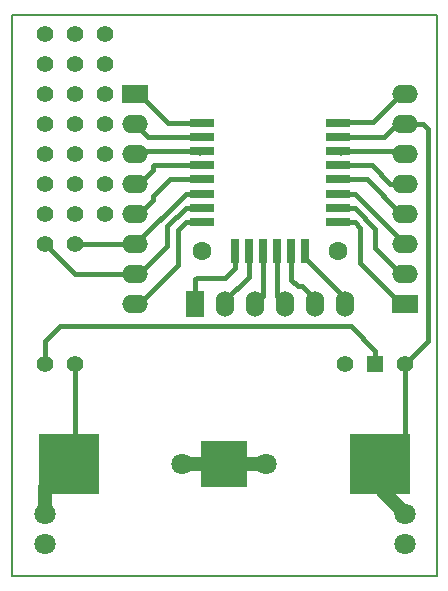
<source format=gtl>
G04 #@! TF.FileFunction,Copper,L1,Top,Signal*
%FSLAX46Y46*%
G04 Gerber Fmt 4.6, Leading zero omitted, Abs format (unit mm)*
G04 Created by KiCad (PCBNEW 4.0.4-stable) date *
%MOMM*%
%LPD*%
G01*
G04 APERTURE LIST*
%ADD10C,0.100000*%
%ADD11C,0.150000*%
%ADD12C,1.397000*%
%ADD13C,1.800000*%
%ADD14R,5.200000X5.200000*%
%ADD15R,4.000000X4.000000*%
%ADD16R,2.000000X0.800000*%
%ADD17C,1.600000*%
%ADD18R,0.800000X2.000000*%
%ADD19R,2.199640X1.524000*%
%ADD20O,2.199640X1.524000*%
%ADD21R,1.524000X2.199640*%
%ADD22O,1.524000X2.199640*%
%ADD23R,1.397000X1.397000*%
%ADD24C,1.200000*%
%ADD25C,0.400000*%
%ADD26C,0.250000*%
G04 APERTURE END LIST*
D10*
D11*
X100000000Y-100000000D02*
X100000000Y-147500000D01*
X100000000Y-147500000D02*
X136000000Y-147500000D01*
X136000000Y-100000000D02*
X136000000Y-147500000D01*
X100000000Y-100000000D02*
X136000000Y-100000000D01*
D12*
X102870000Y-116840000D03*
X105410000Y-116840000D03*
X107950000Y-116840000D03*
X107950000Y-114300000D03*
X105410000Y-114300000D03*
X102870000Y-114300000D03*
X102870000Y-111760000D03*
X105410000Y-111760000D03*
X107950000Y-111760000D03*
X107950000Y-109220000D03*
X105410000Y-109220000D03*
X102870000Y-109220000D03*
X102870000Y-106680000D03*
X105410000Y-106680000D03*
X107950000Y-106680000D03*
X107950000Y-104140000D03*
X105410000Y-104140000D03*
X102870000Y-104140000D03*
X105410000Y-101600000D03*
D13*
X121539000Y-138049000D03*
X114427000Y-138049000D03*
X133350000Y-144780000D03*
X133350000Y-142240000D03*
X102870000Y-144780000D03*
X102870000Y-142240000D03*
D14*
X104855000Y-138000000D03*
X131155000Y-138000000D03*
D15*
X118005000Y-138000000D03*
D12*
X105410000Y-129540000D03*
X105410000Y-119380000D03*
D16*
X116135000Y-109115000D03*
X116135000Y-110315000D03*
X116135000Y-111515000D03*
X116135000Y-112715000D03*
X116135000Y-113915000D03*
X116135000Y-115115000D03*
X116135000Y-116315000D03*
X116135000Y-117515000D03*
D17*
X116135000Y-120015000D03*
D18*
X118885000Y-120015000D03*
X120085000Y-120015000D03*
X121285000Y-120015000D03*
X122485000Y-120015000D03*
X123685000Y-120015000D03*
X124885000Y-120015000D03*
D17*
X127635000Y-120015000D03*
D16*
X127635000Y-117515000D03*
X127635000Y-116315000D03*
X127635000Y-115115000D03*
X127635000Y-113915000D03*
X127635000Y-112715000D03*
X127635000Y-111515000D03*
X127635000Y-110315000D03*
X127635000Y-109115000D03*
D19*
X110490000Y-106680000D03*
D20*
X110490000Y-109220000D03*
X110490000Y-111760000D03*
X110490000Y-114300000D03*
X110490000Y-116840000D03*
X110490000Y-119380000D03*
X110490000Y-121920000D03*
X110490000Y-124460000D03*
D21*
X115570000Y-124460000D03*
D22*
X118110000Y-124460000D03*
X120650000Y-124460000D03*
X123190000Y-124460000D03*
X125730000Y-124460000D03*
X128270000Y-124460000D03*
D19*
X133350000Y-124460000D03*
D20*
X133350000Y-121920000D03*
X133350000Y-119380000D03*
X133350000Y-116840000D03*
X133350000Y-114300000D03*
X133350000Y-111760000D03*
X133350000Y-109220000D03*
X133350000Y-106680000D03*
D12*
X102870000Y-119380000D03*
X102870000Y-129540000D03*
D23*
X130810000Y-129540000D03*
D12*
X133350000Y-129540000D03*
X128270000Y-129540000D03*
X102870000Y-101600000D03*
X107950000Y-101600000D03*
D24*
X114427000Y-138049000D02*
X117956000Y-138049000D01*
D25*
X117956000Y-138049000D02*
X118005000Y-138000000D01*
D24*
X121539000Y-138049000D02*
X118054000Y-138049000D01*
D25*
X118054000Y-138049000D02*
X118005000Y-138000000D01*
X133350000Y-106680000D02*
X133687820Y-106680000D01*
X116135000Y-109115000D02*
X113262820Y-109115000D01*
X113262820Y-109115000D02*
X110827820Y-106680000D01*
X110827820Y-106680000D02*
X110490000Y-106680000D01*
X116135000Y-109115000D02*
X115535000Y-109115000D01*
X133012180Y-106680000D02*
X130599180Y-109093000D01*
X130599180Y-109093000D02*
X127657000Y-109093000D01*
X127657000Y-109093000D02*
X127635000Y-109115000D01*
X116030000Y-109220000D02*
X116135000Y-109115000D01*
D26*
X133350000Y-106680000D02*
X133012180Y-106680000D01*
D24*
X133350000Y-142240000D02*
X131155000Y-140045000D01*
X131155000Y-140045000D02*
X131155000Y-138000000D01*
X102870000Y-142240000D02*
X102870000Y-139985000D01*
X102870000Y-139985000D02*
X104855000Y-138000000D01*
D25*
X133350000Y-109220000D02*
X134849820Y-109220000D01*
X134849820Y-109220000D02*
X135255000Y-109625180D01*
X135255000Y-127635000D02*
X133350000Y-129540000D01*
X135255000Y-109625180D02*
X135255000Y-127635000D01*
X133350000Y-129540000D02*
X133350000Y-135805000D01*
X133350000Y-135805000D02*
X131155000Y-138000000D01*
X105410000Y-129540000D02*
X105410000Y-137445000D01*
X105410000Y-137445000D02*
X104855000Y-138000000D01*
X127635000Y-110315000D02*
X131515000Y-110315000D01*
X131515000Y-110315000D02*
X132610000Y-109220000D01*
X132610000Y-109220000D02*
X133350000Y-109220000D01*
X127714000Y-110236000D02*
X127635000Y-110315000D01*
X133350000Y-109220000D02*
X132969000Y-109220000D01*
X116135000Y-110315000D02*
X111585000Y-110315000D01*
X111585000Y-110315000D02*
X110490000Y-109220000D01*
X116135000Y-111515000D02*
X110735000Y-111515000D01*
X110735000Y-111515000D02*
X110490000Y-111760000D01*
D26*
X115890000Y-111760000D02*
X116135000Y-111515000D01*
D25*
X116135000Y-112715000D02*
X112075000Y-112715000D01*
X112075000Y-112715000D02*
X111989820Y-112800180D01*
X111989820Y-112800180D02*
X111989820Y-113138000D01*
X111989820Y-113138000D02*
X110827820Y-114300000D01*
X110827820Y-114300000D02*
X110490000Y-114300000D01*
X116135000Y-113915000D02*
X113415000Y-113915000D01*
X113415000Y-113915000D02*
X111989820Y-115340180D01*
X111989820Y-115340180D02*
X111989820Y-115678000D01*
X111989820Y-115678000D02*
X110827820Y-116840000D01*
X110827820Y-116840000D02*
X110490000Y-116840000D01*
X116135000Y-115115000D02*
X114735000Y-115115000D01*
X114735000Y-115115000D02*
X110490000Y-119360000D01*
X110490000Y-119360000D02*
X110490000Y-119380000D01*
X110490000Y-119380000D02*
X110152180Y-119380000D01*
X110152180Y-119380000D02*
X105410000Y-119380000D01*
D26*
X110490000Y-119380000D02*
X110827820Y-119380000D01*
D25*
X113170000Y-117880000D02*
X113170000Y-119577820D01*
X113170000Y-119577820D02*
X110827820Y-121920000D01*
X110827820Y-121920000D02*
X110490000Y-121920000D01*
X116135000Y-116315000D02*
X114734999Y-116315001D01*
X114734999Y-116315001D02*
X113170000Y-117880000D01*
X110490000Y-121920000D02*
X105410000Y-121920000D01*
X105410000Y-121920000D02*
X102870000Y-119380000D01*
X114090000Y-118160000D02*
X114090000Y-121197820D01*
X114090000Y-121197820D02*
X110827820Y-124460000D01*
X110827820Y-124460000D02*
X110490000Y-124460000D01*
X116135000Y-117515000D02*
X114735000Y-117515000D01*
X114735000Y-117515000D02*
X114090000Y-118160000D01*
X118070000Y-122230000D02*
X115660000Y-122230000D01*
X115660000Y-122230000D02*
X115570000Y-122320000D01*
X118885000Y-120015000D02*
X118885000Y-121415000D01*
X118885000Y-121415000D02*
X118070000Y-122230000D01*
X115570000Y-122320000D02*
X115570000Y-124460000D01*
D26*
X115570000Y-124460000D02*
X115570000Y-123930000D01*
D25*
X120085000Y-120015000D02*
X120085000Y-122147180D01*
X120085000Y-122147180D02*
X118110000Y-124122180D01*
X118110000Y-124122180D02*
X118110000Y-124460000D01*
X121285000Y-120015000D02*
X121285000Y-123825000D01*
X121285000Y-123825000D02*
X120650000Y-124460000D01*
X122485000Y-120015000D02*
X122485000Y-123755000D01*
X122485000Y-123755000D02*
X123190000Y-124460000D01*
X123685000Y-120015000D02*
X123685000Y-122415000D01*
X123685000Y-122415000D02*
X124230180Y-122960180D01*
X124230180Y-122960180D02*
X124568000Y-122960180D01*
X124568000Y-122960180D02*
X125730000Y-124122180D01*
X125730000Y-124122180D02*
X125730000Y-124460000D01*
X124885000Y-120015000D02*
X124885000Y-120615000D01*
X124885000Y-120615000D02*
X128270000Y-124000000D01*
X128270000Y-124000000D02*
X128270000Y-124460000D01*
D26*
X128270000Y-124460000D02*
X128270000Y-124122180D01*
X124885000Y-120737180D02*
X124885000Y-120015000D01*
D25*
X129540000Y-118020000D02*
X129540000Y-120987820D01*
X129540000Y-120987820D02*
X133012180Y-124460000D01*
X133012180Y-124460000D02*
X133350000Y-124460000D01*
X127635000Y-117515000D02*
X129035000Y-117515000D01*
X129035000Y-117515000D02*
X129540000Y-118020000D01*
X130810000Y-118090000D02*
X130810000Y-119717820D01*
X130810000Y-119717820D02*
X133012180Y-121920000D01*
X133012180Y-121920000D02*
X133350000Y-121920000D01*
X127635000Y-116315000D02*
X129035000Y-116315000D01*
X129035000Y-116315000D02*
X130810000Y-118090000D01*
X129085000Y-115115000D02*
X133350000Y-119380000D01*
X127635000Y-115115000D02*
X129085000Y-115115000D01*
D26*
X133350000Y-119380000D02*
X133012180Y-119380000D01*
D25*
X127635000Y-113915000D02*
X130087180Y-113915000D01*
X130087180Y-113915000D02*
X133012180Y-116840000D01*
X133012180Y-116840000D02*
X133350000Y-116840000D01*
X132080000Y-114300000D02*
X133350000Y-114300000D01*
X130495000Y-112715000D02*
X132080000Y-114300000D01*
X127635000Y-112715000D02*
X130495000Y-112715000D01*
X127635000Y-111515000D02*
X133105000Y-111515000D01*
X133105000Y-111515000D02*
X133350000Y-111760000D01*
D26*
X127880000Y-111760000D02*
X127635000Y-111515000D01*
D25*
X102870000Y-127635000D02*
X102870000Y-129540000D01*
X104140000Y-126365000D02*
X102870000Y-127635000D01*
X128733500Y-126365000D02*
X104140000Y-126365000D01*
X130810000Y-129540000D02*
X130810000Y-128441500D01*
X130810000Y-128441500D02*
X128733500Y-126365000D01*
M02*

</source>
